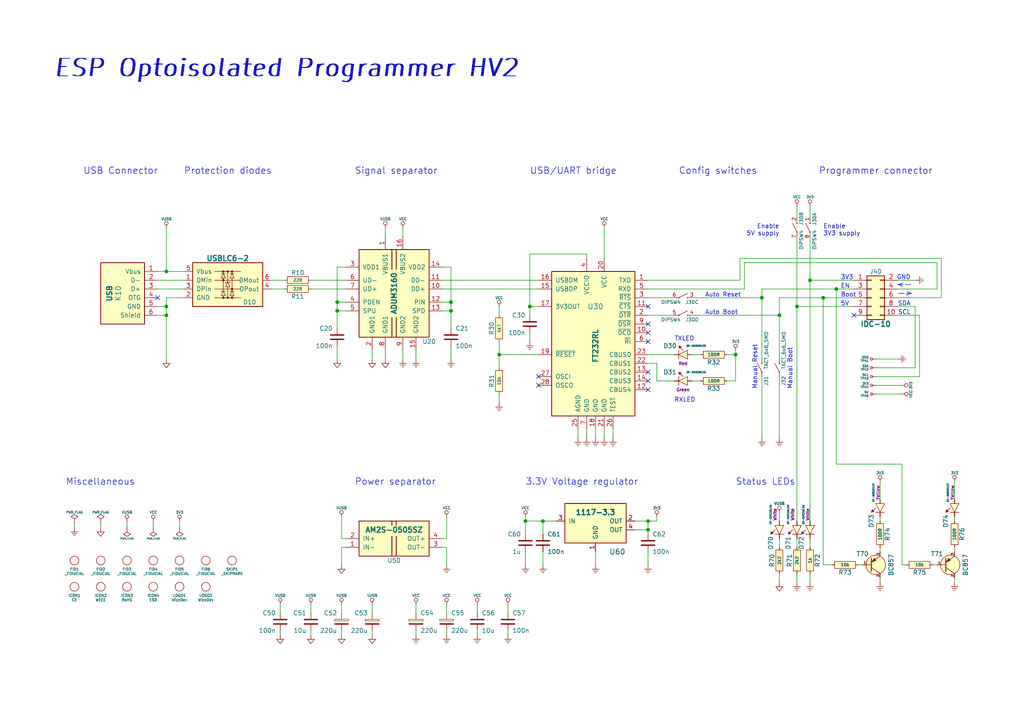
<source format=kicad_sch>
(kicad_sch (version 20211123) (generator eeschema)
  (paper "A4")
  (title_block (title "ESP Optoisolated Programmer") (date "220111") (rev "HV2") (company "WizzDev & EXTRONIC Dominik Bieczyński"))
  (lib_symbols
    (symbol "000_moje:1117-X.X" (pin_names (offset 1.016))
      (property "Reference" "U" (at 4.445 -6.35 0))
      (property "Value" "1117-X.X" (at 0 3.81 0))
      (symbol "1117-X.X_1_1"
        (pin passive line (at 0 -7.62 90) (length 2.54) (name "GND") (number "1"))
        (pin passive line (at 11.43 1.27 180) (length 2.54) (name "OUT") (number "2"))
        (pin passive line (at -11.43 1.27 0) (length 2.54) (name "IN") (number "3"))
        (pin passive line (at 11.43 -1.27 180) (length 2.54) (name "OUT") (number "4"))
      )
    )
    (symbol "000_moje:3V3" (power) (pin_names (offset 0))
      (property "Value" "3V3" (at 0 2.54 0))
      (symbol "3V3_0_0"
        (pin power_in line (at 0 0 90) (length 0) hide (name "3V3") (number "1"))
      )
    )
    (symbol "000_moje:ADUM3160" (pin_names (offset 1.016))
      (property "Reference" "U" (at 7.62 -13.97 0))
      (property "Value" "ADUM3160" (at 0 0 90))
      (symbol "ADUM3160_1_1"
        (pin power_in line (at -2.54 16.51 270) (length 3.81) (name "VBUS1") (number "1"))
        (pin bidirectional line (at 13.97 1.27 180) (length 3.81) (name "DD+") (number "10"))
        (pin bidirectional line (at 13.97 3.81 180) (length 3.81) (name "DD-") (number "11"))
        (pin input line (at 13.97 -2.54 180) (length 3.81) (name "PIN") (number "12"))
        (pin input line (at 13.97 -5.08 180) (length 3.81) (name "SPD") (number "13"))
        (pin passive line (at 13.97 7.62 180) (length 3.81) (name "VDD2") (number "14"))
        (pin power_in line (at 6.35 -16.51 90) (length 3.81) (name "GND2") (number "15"))
        (pin power_in line (at 2.54 16.51 270) (length 3.81) (name "VBUS2") (number "16"))
        (pin power_in line (at -6.35 -16.51 90) (length 3.81) (name "GND1") (number "2"))
        (pin passive line (at -13.97 7.62 0) (length 3.81) (name "VDD1") (number "3"))
        (pin input line (at -13.97 -2.54 0) (length 3.81) (name "PDEN") (number "4"))
        (pin input line (at -13.97 -5.08 0) (length 3.81) (name "SPU") (number "5"))
        (pin bidirectional line (at -13.97 3.81 0) (length 3.81) (name "UD-") (number "6"))
        (pin bidirectional line (at -13.97 1.27 0) (length 3.81) (name "UD+") (number "7"))
        (pin power_in line (at -2.54 -16.51 90) (length 3.81) (name "GND1") (number "8"))
        (pin power_in line (at 2.54 -16.51 90) (length 3.81) (name "GND2") (number "9"))
      )
    )
    (symbol "000_moje:AM2S-0505SZ" (pin_names (offset 1.016))
      (property "Reference" "U" (at 0 -5.08 0))
      (property "Value" "AM2S-0505SZ" (at 0 3.81 0))
      (symbol "AM2S-0505SZ_1_1"
        (pin passive line (at -13.97 -1.27 0) (length 3.81) (name "IN-") (number "1"))
        (pin passive line (at -13.97 1.27 0) (length 3.81) (name "IN+") (number "2"))
        (pin passive line (at 13.97 -1.27 180) (length 3.81) (name "OUT-") (number "3"))
        (pin passive line (at 13.97 1.27 180) (length 3.81) (name "OUT+") (number "4"))
      )
    )
    (symbol "000_moje:BC857" (pin_names (offset 0) hide)
      (property "Reference" "T" (at -2.54 3.175 0))
      (property "Value" "BC857" (at 5.715 0 90))
      (symbol "BC857_1_1"
        (pin passive line (at -2.54 0 0) (length 1.27) (name "~") (number "1"))
        (pin passive line (at 2.54 -3.81 90) (length 1.27) (name "~") (number "2"))
        (pin passive line (at 2.54 3.81 270) (length 1.27) (name "~") (number "3"))
      )
    )
    (symbol "000_moje:C" (pin_numbers hide) (pin_names (offset 0.254))
      (property "Reference" "C" (at 1.27 2.54 0))
      (property "Value" "C" (at 1.27 -2.54 0))
      (symbol "C_1_1"
        (pin passive line (at 0 2.54 270) (length 1.905) (name "~") (number "1"))
        (pin passive line (at 0 -2.54 90) (length 1.905) (name "~") (number "2"))
      )
    )
    (symbol "000_moje:CP" (pin_numbers hide) (pin_names (offset 0.254) hide)
      (property "Reference" "C" (at 1.27 2.54 0))
      (property "Value" "CP" (at 1.27 -2.54 0))
      (symbol "CP_1_1"
        (pin passive line (at 0 2.54 270) (length 1.778) (name "~") (number "1"))
        (pin passive line (at 0 -2.54 90) (length 1.905) (name "~") (number "2"))
      )
    )
    (symbol "000_moje:DIPSW4" (pin_names hide)
      (property "Reference" "J" (at 0.635 -1.27 0))
      (property "Value" "DIPSW4" (at -0.635 -1.27 0))
      (symbol "DIPSW4_1_1"
        (pin passive line (at 2.54 0 180) (length 0) (name "~") (number "1"))
        (pin passive line (at -2.54 0 0) (length 0) (name "~") (number "8"))
      )
      (symbol "DIPSW4_2_1"
        (pin passive line (at 2.54 0 180) (length 0) (name "~") (number "2"))
        (pin passive line (at -2.54 0 0) (length 0) (name "~") (number "7"))
      )
      (symbol "DIPSW4_3_1"
        (pin passive line (at 2.54 0 180) (length 0) (name "~") (number "3"))
        (pin passive line (at -2.54 0 0) (length 0) (name "~") (number "6"))
      )
      (symbol "DIPSW4_4_1"
        (pin passive line (at 2.54 0 180) (length 0) (name "~") (number "4"))
        (pin passive line (at -2.54 0 0) (length 0) (name "~") (number "5"))
      )
    )
    (symbol "000_moje:FT232RL" (pin_names (offset 1.016))
      (property "Reference" "U" (at 0 11.43 0))
      (property "Value" "FT232RL" (at 0 0 90))
      (symbol "FT232RL_1_1"
        (pin output line (at 15.24 19.05 180) (length 3.81) (name "TXD") (number "1"))
        (pin output line (at 15.24 3.81 180) (length 3.81) (name "~{DCD}") (number "10"))
        (pin output line (at 15.24 11.43 180) (length 3.81) (name "~{CTS}") (number "11"))
        (pin output line (at 15.24 -12.7 180) (length 3.81) (name "CBUS4") (number "12"))
        (pin output line (at 15.24 -7.62 180) (length 3.81) (name "CBUS2") (number "13"))
        (pin output line (at 15.24 -10.16 180) (length 3.81) (name "CBUS3") (number "14"))
        (pin input line (at -16.51 16.51 0) (length 3.81) (name "USBDP") (number "15"))
        (pin input line (at -16.51 19.05 0) (length 3.81) (name "USBDM") (number "16"))
        (pin input line (at -16.51 11.43 0) (length 3.81) (name "3V3OUT") (number "17"))
        (pin power_in line (at 0 -24.13 90) (length 3.81) (name "GND") (number "18"))
        (pin input line (at -16.51 -2.54 0) (length 3.81) (name "~{RESET}") (number "19"))
        (pin output line (at 15.24 8.89 180) (length 3.81) (name "~{DTR}") (number "2"))
        (pin power_in line (at 2.54 25.4 270) (length 3.81) (name "VCC") (number "20"))
        (pin power_in line (at 2.54 -24.13 90) (length 3.81) (name "GND") (number "21"))
        (pin output line (at 15.24 -5.08 180) (length 3.81) (name "CBUS1") (number "22"))
        (pin output line (at 15.24 -2.54 180) (length 3.81) (name "CBUS0") (number "23"))
        (pin power_in line (at -5.08 -24.13 90) (length 3.81) (name "AGND") (number "25"))
        (pin power_in line (at 5.08 -24.13 90) (length 3.81) (name "TEST") (number "26"))
        (pin input line (at -16.51 -8.89 0) (length 3.81) (name "OSCI") (number "27"))
        (pin input line (at -16.51 -11.43 0) (length 3.81) (name "OSCO") (number "28"))
        (pin output line (at 15.24 13.97 180) (length 3.81) (name "~{RTS}") (number "3"))
        (pin passive line (at -2.54 25.4 270) (length 3.81) (name "VCCIO") (number "4"))
        (pin output line (at 15.24 16.51 180) (length 3.81) (name "RXD") (number "5"))
        (pin output line (at 15.24 1.27 180) (length 3.81) (name "~{RI}") (number "6"))
        (pin power_in line (at -2.54 -24.13 90) (length 3.81) (name "GND") (number "7"))
        (pin output line (at 15.24 6.35 180) (length 3.81) (name "~{DSR}") (number "9"))
      )
    )
    (symbol "000_moje:GND" (power) (pin_names (offset 0))
      (symbol "GND_1_1"
        (pin power_in line (at 0 1.27 90) (length 0) hide (name "GND") (number "1"))
      )
    )
    (symbol "000_moje:GND2" (power) (pin_names (offset 0))
      (symbol "GND2_1_1"
        (pin power_in line (at 0 1.27 90) (length 0) hide (name "GND2") (number "1"))
      )
    )
    (symbol "000_moje:LED" (pin_numbers hide) (pin_names (offset 0) hide)
      (property "Reference" "D" (at 0 2.54 0))
      (property "Value" "LED" (at -2.032 -2.54 0))
      (symbol "LED_1_1"
        (pin passive line (at 2.54 0 180) (length 1.27) (name "K") (number "1"))
        (pin passive line (at -2.54 0 0) (length 1.27) (name "A") (number "2"))
      )
    )
    (symbol "000_moje:R" (pin_numbers hide) (pin_names (offset 0))
      (property "Reference" "R" (at 2.286 0 90))
      (property "Value" "R" (at 0 0 90))
      (symbol "R_1_1"
        (pin passive line (at 0 3.81 270) (length 0.762) (name "~") (number "1"))
        (pin passive line (at 0 -3.81 90) (length 0.762) (name "~") (number "2"))
      )
    )
    (symbol "000_moje:TP" (pin_numbers hide) (pin_names (offset 0) hide)
      (property "Reference" "TP" (at 2.032 0.508 0))
      (property "Value" "TP" (at 2.032 -0.508 0))
      (symbol "TP_1_1"
        (pin passive line (at 0 0 0) (length 1.27) (name "~") (number "1"))
      )
    )
    (symbol "000_moje:USB" (pin_names (offset 1.016))
      (property "Reference" "K" (at 1.27 0 90))
      (property "Value" "USB" (at -1.27 0 90))
      (symbol "USB_1_1"
        (pin passive line (at 12.7 6.35 180) (length 3.81) (name "Vbus") (number "1"))
        (pin passive line (at 12.7 3.81 180) (length 3.81) (name "D-") (number "2"))
        (pin passive line (at 12.7 1.27 180) (length 3.81) (name "D+") (number "3"))
        (pin passive line (at 12.7 -1.27 180) (length 3.81) (name "OTG") (number "4"))
        (pin passive line (at 12.7 -3.81 180) (length 3.81) (name "GND") (number "5"))
        (pin passive line (at 12.7 -6.35 180) (length 3.81) (name "Shield") (number "6"))
      )
    )
    (symbol "000_moje:USBLC6-2" (pin_names (offset 1.016))
      (property "Reference" "D" (at 6.35 -5.08 0))
      (property "Value" "USBLC6-2" (at 0 7.62 0))
      (symbol "USBLC6-2_1_1"
        (pin passive line (at -12.7 1.27 0) (length 2.54) (name "DMin") (number "1"))
        (pin passive line (at -12.7 -3.81 0) (length 2.54) (name "GND") (number "2"))
        (pin passive line (at -12.7 -1.27 0) (length 2.54) (name "DPin") (number "3"))
        (pin passive line (at 12.7 -1.27 180) (length 2.54) (name "DPout") (number "4"))
        (pin passive line (at -12.7 3.81 0) (length 2.54) (name "Vbus") (number "5"))
        (pin passive line (at 12.7 1.27 180) (length 2.54) (name "DMout") (number "6"))
      )
    )
    (symbol "000_moje:VCC" (power) (pin_names (offset 0))
      (property "Value" "VCC" (at 0 2.54 0))
      (symbol "VCC_0_0"
        (pin power_in line (at 0 0 90) (length 0) hide (name "VCC") (number "1"))
      )
    )
    (symbol "000_moje:VUSB" (power) (pin_names (offset 0))
      (property "Value" "VUSB" (at 0 2.54 0))
      (symbol "VUSB_0_0"
        (pin power_in line (at 0 0 90) (length 0) hide (name "VUSB") (number "1"))
      )
    )
    (symbol "000_moje:Z" (pin_numbers hide) (pin_names (offset 0) hide)
      (property "Reference" "J" (at 0.635 -1.27 0))
      (property "Value" "Z" (at -0.635 -1.27 0))
      (symbol "Z_1_1"
        (pin passive line (at 2.54 0 180) (length 0) (name "~") (number "1"))
        (pin passive line (at -2.54 0 0) (length 0) (name "~") (number "2"))
      )
    )
    (symbol "000_moje:_FIDUCIAL" (pin_names (offset 1.016))
      (property "Reference" "FID" (at 0 -2.54 0))
      (property "Value" "_FIDUCIAL" (at 0 -3.81 0))
    )
    (symbol "Connector_Generic:Conn_02x05_Odd_Even" (pin_names (offset 1.016) hide)
      (property "Reference" "J" (at 1.27 7.62 0))
      (property "Value" "Conn_02x05_Odd_Even" (at 1.27 -7.62 0))
      (symbol "Conn_02x05_Odd_Even_1_1"
        (pin passive line (at -5.08 5.08 0) (length 3.81) (name "Pin_1") (number "1"))
        (pin passive line (at 7.62 -5.08 180) (length 3.81) (name "Pin_10") (number "10"))
        (pin passive line (at 7.62 5.08 180) (length 3.81) (name "Pin_2") (number "2"))
        (pin passive line (at -5.08 2.54 0) (length 3.81) (name "Pin_3") (number "3"))
        (pin passive line (at 7.62 2.54 180) (length 3.81) (name "Pin_4") (number "4"))
        (pin passive line (at -5.08 0 0) (length 3.81) (name "Pin_5") (number "5"))
        (pin passive line (at 7.62 0 180) (length 3.81) (name "Pin_6") (number "6"))
        (pin passive line (at -5.08 -2.54 0) (length 3.81) (name "Pin_7") (number "7"))
        (pin passive line (at 7.62 -2.54 180) (length 3.81) (name "Pin_8") (number "8"))
        (pin passive line (at -5.08 -5.08 0) (length 3.81) (name "Pin_9") (number "9"))
      )
    )
    (symbol "power:PWR_FLAG" (power) (pin_numbers hide) (pin_names (offset 0) hide)
      (property "Value" "PWR_FLAG" (at 0 3.81 0))
      (symbol "PWR_FLAG_0_0"
        (pin power_out line (at 0 0 90) (length 0) (name "pwr") (number "1"))
      )
    )
  )
  (junction (at 153.67 88.9))
  (junction (at 97.79 90.17))
  (junction (at 187.96 151.13))
  (junction (at 226.06 91.44))
  (junction (at 48.26 78.74))
  (junction (at 152.4 151.13))
  (junction (at 157.48 151.13))
  (junction (at 144.78 102.87))
  (junction (at 187.96 153.67))
  (junction (at 48.26 91.44))
  (junction (at 48.26 88.9))
  (junction (at 130.81 87.63))
  (junction (at 242.57 83.82))
  (junction (at 234.95 81.28))
  (junction (at 238.76 86.36))
  (junction (at 231.14 88.9))
  (junction (at 97.79 87.63))
  (junction (at 220.98 86.36))
  (junction (at 213.36 102.87))
  (junction (at 130.81 90.17))
  (no_connect (at 187.96 88.9))
  (no_connect (at 187.96 110.49))
  (no_connect (at 45.72 86.36))
  (no_connect (at 187.96 96.52))
  (no_connect (at 156.21 109.22))
  (no_connect (at 187.96 107.95))
  (no_connect (at 187.96 99.06))
  (no_connect (at 187.96 113.03))
  (no_connect (at 187.96 93.98))
  (no_connect (at 247.65 91.44))
  (no_connect (at 156.21 111.76))
  (wire (pts (xy 260.35 86.36) (xy 273.05 86.36)))
  (wire (pts (xy 130.81 77.47) (xy 130.81 87.63)))
  (wire (pts (xy 78.74 83.82) (xy 82.55 83.82)))
  (wire (pts (xy 226.06 86.36) (xy 238.76 86.36)))
  (polyline (pts (xy 264.16 82.55) (xy 260.35 82.55)))
  (wire (pts (xy 213.36 101.6) (xy 213.36 102.87)))
  (wire (pts (xy 187.96 102.87) (xy 195.58 102.87)))
  (wire (pts (xy 90.17 81.28) (xy 100.33 81.28)))
  (wire (pts (xy 129.54 149.86) (xy 129.54 156.21)))
  (wire (pts (xy 255.27 158.75) (xy 255.27 160.02)))
  (wire (pts (xy 234.95 59.69) (xy 234.95 63.5)))
  (wire (pts (xy 260.35 81.28) (xy 265.43 81.28)))
  (wire (pts (xy 200.66 102.87) (xy 203.2 102.87)))
  (wire (pts (xy 97.79 87.63) (xy 97.79 77.47)))
  (polyline (pts (xy 260.604 82.55) (xy 261.62 83.058)))
  (wire (pts (xy 200.66 110.49) (xy 203.2 110.49)))
  (wire (pts (xy 170.18 73.66) (xy 170.18 74.93)))
  (wire (pts (xy 97.79 100.33) (xy 97.79 104.14)))
  (wire (pts (xy 254 104.14) (xy 260.35 104.14)))
  (wire (pts (xy 153.67 99.06) (xy 153.67 96.52)))
  (wire (pts (xy 231.14 158.75) (xy 231.14 156.21)))
  (wire (pts (xy 129.54 156.21) (xy 128.27 156.21)))
  (wire (pts (xy 52.07 151.13) (xy 52.07 153.035)))
  (wire (pts (xy 48.26 91.44) (xy 45.72 91.44)))
  (wire (pts (xy 260.35 88.9) (xy 265.43 88.9)))
  (wire (pts (xy 255.27 167.64) (xy 255.27 168.91)))
  (wire (pts (xy 152.4 151.13) (xy 157.48 151.13)))
  (wire (pts (xy 255.27 149.86) (xy 255.27 151.13)))
  (polyline (pts (xy 264.16 85.09) (xy 262.89 85.598)))
  (wire (pts (xy 48.26 86.36) (xy 53.34 86.36)))
  (wire (pts (xy 276.86 139.7) (xy 276.86 144.78)))
  (wire (pts (xy 130.81 90.17) (xy 130.81 95.25)))
  (wire (pts (xy 100.33 87.63) (xy 97.79 87.63)))
  (wire (pts (xy 97.79 95.25) (xy 97.79 90.17)))
  (wire (pts (xy 265.43 88.9) (xy 265.43 106.68)))
  (wire (pts (xy 29.21 151.765) (xy 29.21 153.035)))
  (wire (pts (xy 152.4 154.94) (xy 152.4 151.13)))
  (wire (pts (xy 107.95 182.88) (xy 107.95 184.15)))
  (wire (pts (xy 99.06 156.21) (xy 100.33 156.21)))
  (wire (pts (xy 144.78 88.9) (xy 144.78 91.44)))
  (wire (pts (xy 190.5 110.49) (xy 195.58 110.49)))
  (wire (pts (xy 234.95 81.28) (xy 234.95 151.13)))
  (wire (pts (xy 213.36 102.87) (xy 210.82 102.87)))
  (wire (pts (xy 99.06 149.86) (xy 99.06 156.21)))
  (wire (pts (xy 100.33 83.82) (xy 90.17 83.82)))
  (wire (pts (xy 175.26 124.46) (xy 175.26 127)))
  (wire (pts (xy 45.72 88.9) (xy 48.26 88.9)))
  (wire (pts (xy 276.86 167.64) (xy 276.86 168.91)))
  (wire (pts (xy 157.48 154.94) (xy 157.48 151.13)))
  (wire (pts (xy 99.06 182.88) (xy 99.06 184.15)))
  (wire (pts (xy 81.28 175.26) (xy 81.28 177.8)))
  (wire (pts (xy 254 114.3) (xy 261.62 114.3)))
  (wire (pts (xy 111.76 101.6) (xy 111.76 104.14)))
  (wire (pts (xy 271.78 163.83) (xy 270.51 163.83)))
  (wire (pts (xy 220.98 83.82) (xy 242.57 83.82)))
  (wire (pts (xy 153.67 88.9) (xy 153.67 73.66)))
  (wire (pts (xy 147.32 182.88) (xy 147.32 184.15)))
  (wire (pts (xy 144.78 114.3) (xy 144.78 116.84)))
  (wire (pts (xy 261.62 134.62) (xy 261.62 163.83)))
  (polyline (pts (xy 260.604 85.09) (xy 264.414 85.09)))
  (wire (pts (xy 48.26 66.04) (xy 48.26 78.74)))
  (wire (pts (xy 231.14 68.58) (xy 231.14 88.9)))
  (wire (pts (xy 234.95 68.58) (xy 234.95 81.28)))
  (wire (pts (xy 48.26 78.74) (xy 53.34 78.74)))
  (wire (pts (xy 128.27 83.82) (xy 156.21 83.82)))
  (wire (pts (xy 97.79 90.17) (xy 97.79 87.63)))
  (wire (pts (xy 200.66 91.44) (xy 226.06 91.44)))
  (wire (pts (xy 241.3 163.83) (xy 238.76 163.83)))
  (wire (pts (xy 215.9 76.2) (xy 215.9 83.82)))
  (wire (pts (xy 220.98 86.36) (xy 220.98 83.82)))
  (wire (pts (xy 99.06 158.75) (xy 99.06 163.83)))
  (wire (pts (xy 128.27 90.17) (xy 130.81 90.17)))
  (wire (pts (xy 138.43 175.26) (xy 138.43 177.8)))
  (wire (pts (xy 157.48 163.83) (xy 157.48 160.02)))
  (wire (pts (xy 250.19 163.83) (xy 248.92 163.83)))
  (wire (pts (xy 116.84 101.6) (xy 116.84 104.14)))
  (wire (pts (xy 120.65 175.26) (xy 120.65 177.8)))
  (wire (pts (xy 190.5 151.13) (xy 187.96 151.13)))
  (wire (pts (xy 82.55 81.28) (xy 78.74 81.28)))
  (wire (pts (xy 107.95 101.6) (xy 107.95 104.14)))
  (wire (pts (xy 242.57 134.62) (xy 261.62 134.62)))
  (wire (pts (xy 187.96 105.41) (xy 190.5 105.41)))
  (wire (pts (xy 234.95 81.28) (xy 247.65 81.28)))
  (wire (pts (xy 226.06 91.44) (xy 226.06 104.14)))
  (wire (pts (xy 271.78 83.82) (xy 271.78 76.2)))
  (wire (pts (xy 128.27 158.75) (xy 129.54 158.75)))
  (wire (pts (xy 129.54 182.88) (xy 129.54 184.15)))
  (wire (pts (xy 129.54 175.26) (xy 129.54 177.8)))
  (wire (pts (xy 157.48 151.13) (xy 161.29 151.13)))
  (wire (pts (xy 107.95 175.26) (xy 107.95 177.8)))
  (wire (pts (xy 214.63 81.28) (xy 214.63 74.93)))
  (wire (pts (xy 220.98 86.36) (xy 220.98 104.14)))
  (wire (pts (xy 90.17 175.26) (xy 90.17 177.8)))
  (wire (pts (xy 128.27 81.28) (xy 156.21 81.28)))
  (polyline (pts (xy 260.604 82.55) (xy 261.874 82.042)))
  (wire (pts (xy 242.57 83.82) (xy 242.57 134.62)))
  (wire (pts (xy 220.98 127) (xy 220.98 109.22)))
  (wire (pts (xy 226.06 127) (xy 226.06 109.22)))
  (wire (pts (xy 172.72 127) (xy 172.72 124.46)))
  (wire (pts (xy 231.14 88.9) (xy 247.65 88.9)))
  (wire (pts (xy 254 109.22) (xy 266.7 109.22)))
  (wire (pts (xy 100.33 158.75) (xy 99.06 158.75)))
  (wire (pts (xy 238.76 163.83) (xy 238.76 86.36)))
  (wire (pts (xy 48.26 88.9) (xy 48.26 86.36)))
  (wire (pts (xy 260.35 91.44) (xy 266.7 91.44)))
  (wire (pts (xy 255.27 139.7) (xy 255.27 144.78)))
  (wire (pts (xy 156.21 88.9) (xy 153.67 88.9)))
  (wire (pts (xy 120.65 182.88) (xy 120.65 184.15)))
  (wire (pts (xy 226.06 158.75) (xy 226.06 156.21)))
  (wire (pts (xy 144.78 102.87) (xy 144.78 106.68)))
  (wire (pts (xy 128.27 87.63) (xy 130.81 87.63)))
  (wire (pts (xy 128.27 77.47) (xy 130.81 77.47)))
  (wire (pts (xy 97.79 77.47) (xy 100.33 77.47)))
  (wire (pts (xy 177.8 127) (xy 177.8 124.46)))
  (wire (pts (xy 273.05 74.93) (xy 273.05 86.36)))
  (polyline (pts (xy 264.16 85.09) (xy 263.144 84.582)))
  (wire (pts (xy 231.14 166.37) (xy 231.14 168.91)))
  (wire (pts (xy 238.76 86.36) (xy 247.65 86.36)))
  (wire (pts (xy 234.95 156.21) (xy 234.95 158.75)))
  (wire (pts (xy 184.15 153.67) (xy 187.96 153.67)))
  (wire (pts (xy 153.67 91.44) (xy 153.67 88.9)))
  (wire (pts (xy 214.63 74.93) (xy 273.05 74.93)))
  (wire (pts (xy 147.32 175.26) (xy 147.32 177.8)))
  (wire (pts (xy 99.06 175.26) (xy 99.06 177.8)))
  (wire (pts (xy 130.81 87.63) (xy 130.81 90.17)))
  (wire (pts (xy 213.36 102.87) (xy 213.36 110.49)))
  (wire (pts (xy 116.84 66.04) (xy 116.84 68.58)))
  (wire (pts (xy 266.7 91.44) (xy 266.7 109.22)))
  (wire (pts (xy 152.4 149.86) (xy 152.4 151.13)))
  (wire (pts (xy 231.14 88.9) (xy 231.14 151.13)))
  (wire (pts (xy 36.83 153.035) (xy 36.83 151.13)))
  (wire (pts (xy 45.72 81.28) (xy 53.34 81.28)))
  (wire (pts (xy 138.43 182.88) (xy 138.43 184.15)))
  (wire (pts (xy 120.65 104.14) (xy 120.65 101.6)))
  (wire (pts (xy 184.15 151.13) (xy 187.96 151.13)))
  (wire (pts (xy 144.78 102.87) (xy 156.21 102.87)))
  (wire (pts (xy 111.76 66.04) (xy 111.76 68.58)))
  (wire (pts (xy 100.33 90.17) (xy 97.79 90.17)))
  (wire (pts (xy 231.14 59.69) (xy 231.14 63.5)))
  (wire (pts (xy 187.96 81.28) (xy 214.63 81.28)))
  (wire (pts (xy 175.26 66.04) (xy 175.26 74.93)))
  (wire (pts (xy 260.35 83.82) (xy 271.78 83.82)))
  (wire (pts (xy 187.96 91.44) (xy 195.58 91.44)))
  (wire (pts (xy 130.81 100.33) (xy 130.81 104.14)))
  (wire (pts (xy 81.28 182.88) (xy 81.28 184.15)))
  (wire (pts (xy 152.4 163.83) (xy 152.4 160.02)))
  (wire (pts (xy 172.72 160.02) (xy 172.72 163.83)))
  (wire (pts (xy 276.86 158.75) (xy 276.86 160.02)))
  (wire (pts (xy 144.78 99.06) (xy 144.78 102.87)))
  (wire (pts (xy 254 106.68) (xy 265.43 106.68)))
  (wire (pts (xy 215.9 83.82) (xy 187.96 83.82)))
  (wire (pts (xy 226.06 166.37) (xy 226.06 168.91)))
  (wire (pts (xy 242.57 83.82) (xy 247.65 83.82)))
  (wire (pts (xy 90.17 182.88) (xy 90.17 184.15)))
  (wire (pts (xy 276.86 149.86) (xy 276.86 151.13)))
  (wire (pts (xy 195.58 86.36) (xy 187.96 86.36)))
  (wire (pts (xy 48.26 78.74) (xy 45.72 78.74)))
  (wire (pts (xy 44.45 151.13) (xy 44.45 153.035)))
  (wire (pts (xy 187.96 163.83) (xy 187.96 160.02)))
  (wire (pts (xy 190.5 105.41) (xy 190.5 110.49)))
  (wire (pts (xy 234.95 166.37) (xy 234.95 168.91)))
  (wire (pts (xy 226.06 148.59) (xy 226.06 151.13)))
  (wire (pts (xy 153.67 73.66) (xy 170.18 73.66)))
  (wire (pts (xy 21.59 151.765) (xy 21.59 153.035)))
  (wire (pts (xy 48.26 91.44) (xy 48.26 104.14)))
  (wire (pts (xy 170.18 124.46) (xy 170.18 127)))
  (wire (pts (xy 254 111.76) (xy 261.62 111.76)))
  (wire (pts (xy 129.54 158.75) (xy 129.54 163.83)))
  (wire (pts (xy 53.34 83.82) (xy 45.72 83.82)))
  (wire (pts (xy 187.96 153.67) (xy 187.96 151.13)))
  (wire (pts (xy 213.36 110.49) (xy 210.82 110.49)))
  (wire (pts (xy 200.66 86.36) (xy 220.98 86.36)))
  (wire (pts (xy 187.96 154.94) (xy 187.96 153.67)))
  (wire (pts (xy 48.26 88.9) (xy 48.26 91.44)))
  (wire (pts (xy 226.06 91.44) (xy 226.06 86.36)))
  (wire (pts (xy 215.9 76.2) (xy 271.78 76.2)))
  (wire (pts (xy 190.5 149.86) (xy 190.5 151.13)))
  (wire (pts (xy 261.62 163.83) (xy 262.89 163.83)))
  (wire (pts (xy 167.64 127) (xy 167.64 124.46)))
  (text "SCL" (at 264.16 91.44 180) (effects (font (size 1.27 1.27)) (justify right bottom)))
  (text "ESP Optoisolated Programmer HV2" (at 16.002 22.86 0) (effects (font (size 5.08 5.08) italic) (justify left bottom)))
  (text "Signal separator" (at 102.87 50.8 0) (effects (font (size 1.905 1.905)) (justify left bottom)))
  (text "3.3V Voltage regulator" (at 152.4 140.97 0) (effects (font (size 1.905 1.905)) (justify left bottom)))
  (text "Auto Reset" (at 204.47 86.36 0) (effects (font (size 1.27 1.27)) (justify left bottom)))
  (text "ESP Optoisolated Programmer HV2" (at 15.494 22.86 0) (effects (font (size 5.08 5.08) italic) (justify left bottom)))
  (text "USB/UART bridge" (at 153.67 50.8 0) (effects (font (size 1.905 1.905)) (justify left bottom)))
  (text "ESP Optoisolated Programmer HV2" (at 15.367 22.86 0) (effects (font (size 5.08 5.08) italic) (justify left bottom)))
  (text "Enable\n3V3 supply" (at 238.76 68.58 0) (effects (font (size 1.27 1.27)) (justify left bottom)))
  (text "Manual Boot" (at 229.87 113.03 90) (effects (font (size 1.27 1.27)) (justify left bottom)))
  (text "5V" (at 243.84 88.9 0) (effects (font (size 1.27 1.27)) (justify left bottom)))
  (text "Enable\n5V supply" (at 226.06 68.58 180) (effects (font (size 1.27 1.27)) (justify right bottom)))
  (text "Status LEDs" (at 213.36 140.97 0) (effects (font (size 1.905 1.905)) (justify left bottom)))
  (text "3V3" (at 243.84 81.28 0) (effects (font (size 1.27 1.27)) (justify left bottom)))
  (text "Boot" (at 243.84 86.36 0) (effects (font (size 1.27 1.27)) (justify left bottom)))
  (text "Manual Reset" (at 219.71 113.03 90) (effects (font (size 1.27 1.27)) (justify left bottom)))
  (text "Miscellaneous" (at 19.05 140.97 0) (effects (font (size 1.905 1.905)) (justify left bottom)))
  (text "Power separator" (at 102.87 140.97 0) (effects (font (size 1.905 1.905)) (justify left bottom)))
  (text "RXLED" (at 195.58 116.84 0) (effects (font (size 1.27 1.27)) (justify left bottom)))
  (text "ESP Optoisolated Programmer HV2" (at 15.748 22.86 0) (effects (font (size 5.08 5.08) italic) (justify left bottom)))
  (text "GND" (at 264.16 81.28 180) (effects (font (size 1.27 1.27)) (justify right bottom)))
  (text "Auto Boot" (at 204.47 91.44 0) (effects (font (size 1.27 1.27)) (justify left bottom)))
  (text "Protection diodes" (at 53.34 50.8 0) (effects (font (size 1.905 1.905)) (justify left bottom)))
  (text "ESP Optoisolated Programmer HV2" (at 15.621 22.86 0) (effects (font (size 5.08 5.08) italic) (justify left bottom)))
  (text "Programmer connector" (at 237.49 50.8 0) (effects (font (size 1.905 1.905)) (justify left bottom)))
  (text "Config switches" (at 196.85 50.8 0) (effects (font (size 1.905 1.905)) (justify left bottom)))
  (text "USB Connector" (at 24.13 50.8 0) (effects (font (size 1.905 1.905)) (justify left bottom)))
  (text "ESP Optoisolated Programmer HV2" (at 15.875 22.86 0) (effects (font (size 5.08 5.08) italic) (justify left bottom)))
  (text "TXLED" (at 195.58 99.06 0) (effects (font (size 1.27 1.27)) (justify left bottom)))
  (text "SDA" (at 264.16 88.9 180) (effects (font (size 1.27 1.27)) (justify right bottom)))
  (text "EN" (at 243.84 83.82 0) (effects (font (size 1.27 1.27)) (justify left bottom)))
  (symbol (lib_id "000_moje:_FIDUCIAL") (at 21.59 162.56 0) (unit 1)
    (property "Reference" "FID1" (at 21.59 165.1 0) (effects (font (size 0.762 0.762))))
    (property "Value" "_FIDUCIAL" (at 21.59 166.37 0) (effects (font (size 0.762 0.762))))
    (property "Footprint" "_obudowy:Fiducial_1.00mm_ring0.5mm" (effects hide))
  )
  (symbol (lib_id "power:PWR_FLAG") (at 21.59 151.765 0) (unit 1)
    (property "Reference" "#FLG0101" (effects hide))
    (property "Value" "PWR_FLAG" (at 21.59 148.59 0) (effects (font (size 0.635 0.635))))
  )
  (symbol (lib_id "000_moje:_FIDUCIAL") (at 29.21 162.56 0) (unit 1)
    (property "Reference" "FID2" (at 29.21 165.1 0) (effects (font (size 0.762 0.762))))
    (property "Value" "_FIDUCIAL" (at 29.21 166.37 0) (effects (font (size 0.762 0.762))))
    (property "Footprint" "_obudowy:Fiducial_1.00mm_ring0.5mm" (effects hide))
  )
  (symbol (lib_id "000_moje:_FIDUCIAL") (at 36.83 162.56 0) (unit 1)
    (property "Reference" "FID3" (at 36.83 165.1 0) (effects (font (size 0.762 0.762))))
    (property "Value" "_FIDUCIAL" (at 36.83 166.37 0) (effects (font (size 0.762 0.762))))
    (property "Footprint" "_obudowy:Fiducial_1.00mm_ring0.5mm" (effects hide))
  )
  (symbol (lib_id "000_moje:_FIDUCIAL") (at 44.45 162.56 0) (unit 1)
    (property "Reference" "FID4" (at 44.45 165.1 0) (effects (font (size 0.762 0.762))))
    (property "Value" "_FIDUCIAL" (at 44.45 166.37 0) (effects (font (size 0.762 0.762))))
    (property "Footprint" "_obudowy:Fiducial_1.00mm_ring0.5mm" (effects hide))
  )
  (symbol (lib_id "000_moje:_FIDUCIAL") (at 52.07 162.56 0) (unit 1)
    (property "Reference" "FID5" (at 52.07 165.1 0) (effects (font (size 0.762 0.762))))
    (property "Value" "_FIDUCIAL" (at 52.07 166.37 0) (effects (font (size 0.762 0.762))))
    (property "Footprint" "_obudowy:Fiducial_1.00mm_ring0.5mm" (effects hide))
  )
  (symbol (lib_id "000_moje:_FIDUCIAL") (at 59.69 162.56 0) (unit 1)
    (property "Reference" "FID6" (at 59.69 165.1 0) (effects (font (size 0.762 0.762))))
    (property "Value" "_FIDUCIAL" (at 59.69 166.37 0) (effects (font (size 0.762 0.762))))
    (property "Footprint" "_obudowy:Fiducial_1.00mm_ring0.5mm" (effects hide))
  )
  (symbol (lib_id "000_moje:GND") (at 21.59 154.305 0) (unit 1)
    (property "Reference" "#PWR0101" (effects hide))
    (property "Value" "GND" (effects hide))
  )
  (symbol (lib_id "power:PWR_FLAG") (at 44.45 153.035 180) (unit 1)
    (property "Reference" "#FLG0102" (effects hide))
    (property "Value" "PWR_FLAG" (at 44.45 156.21 0) (effects (font (size 0.508 0.508))))
  )
  (symbol (lib_id "000_moje:_FIDUCIAL") (at 21.59 170.18 0) (unit 1)
    (property "Reference" "ICON1" (at 21.59 172.72 0) (effects (font (size 0.762 0.762))))
    (property "Value" "CE" (at 21.59 173.99 0) (effects (font (size 0.762 0.762))))
    (property "Footprint" "w_logo:Logo_silk_CE_5x3.6mm" (effects hide))
  )
  (symbol (lib_id "000_moje:_FIDUCIAL") (at 29.21 170.18 0) (unit 1)
    (property "Reference" "ICON2" (at 29.21 172.72 0) (effects (font (size 0.762 0.762))))
    (property "Value" "WEEE" (at 29.21 173.99 0) (effects (font (size 0.762 0.762))))
    (property "Footprint" "w_logo:Logo_silk_WEEE_3.4x5mm" (effects hide))
  )
  (symbol (lib_id "000_moje:_FIDUCIAL") (at 36.83 170.18 0) (unit 1)
    (property "Reference" "ICON3" (at 36.83 172.72 0) (effects (font (size 0.762 0.762))))
    (property "Value" "RoHS" (at 36.83 173.99 0) (effects (font (size 0.762 0.762))))
    (property "Footprint" "w_logo:Logo_silk_ROHS_5x2.8mm" (effects hide))
  )
  (symbol (lib_id "000_moje:_FIDUCIAL") (at 44.45 170.18 0) (unit 1)
    (property "Reference" "ICON4" (at 44.45 172.72 0) (effects (font (size 0.762 0.762))))
    (property "Value" "ESD" (at 44.45 173.99 0) (effects (font (size 0.762 0.762))))
    (property "Footprint" "Symbol:ESD-Logo_6.6x6mm_SilkScreen" (effects hide))
  )
  (symbol (lib_id "000_moje:_FIDUCIAL") (at 52.07 170.18 0) (unit 1)
    (property "Reference" "LOGO1" (at 52.07 172.72 0) (effects (font (size 0.762 0.762))))
    (property "Value" "WizzDev" (at 52.07 173.99 0) (effects (font (size 0.762 0.762))))
    (property "Footprint" "_obudowy:wizzdev-logo-part1" (effects hide))
  )
  (symbol (lib_id "Connector_Generic:Conn_02x05_Odd_Even") (at 252.73 86.36 0) (unit 1)
    (property "Reference" "J40" (at 254 78.74 0))
    (property "Value" "IDC-10" (at 254 93.98 0) (effects (font (size 1.524 1.524) bold)))
    (property "Footprint" "_obudowy:IDC-Header_2x05_P2.54mm_Vertical" (effects hide))
    (property "Description" "Pin header; pin strips; male; PIN: 10; straight; 2.54mm; THT; 2x5" (effects hide))
  )
  (symbol (lib_id "000_moje:VUSB") (at 36.83 151.13 0) (unit 1)
    (property "Reference" "#PWR0122" (effects hide))
    (property "Value" "VUSB" (at 36.83 148.59 0) (effects (font (size 0.762 0.762))))
  )
  (symbol (lib_id "power:PWR_FLAG") (at 36.83 153.035 180) (unit 1)
    (property "Reference" "#FLG0106" (effects hide))
    (property "Value" "PWR_FLAG" (at 36.83 156.21 0) (effects (font (size 0.508 0.508))))
  )
  (symbol (lib_id "000_moje:FT232RL") (at 172.72 100.33 0) (unit 1)
    (property "Reference" "U30" (at 172.72 88.9 0) (effects (font (size 1.524 1.524))))
    (property "Value" "FT232RL" (at 172.72 100.33 90) (effects (font (size 1.524 1.524) bold)))
    (property "Footprint" "w_smd_dil:ssop-28" (effects hide))
    (property "Description" "IC: interface; USB-UART; Full Speed; 3.3÷5VDC; reel; SSOP28" (effects hide))
  )
  (symbol (lib_id "000_moje:USB") (at 33.02 85.09 0) (unit 1)
    (property "Reference" "K10" (at 34.29 85.09 90) (effects (font (size 1.524 1.524))))
    (property "Value" "USB" (at 31.75 85.09 90) (effects (font (size 1.524 1.524) bold)))
    (property "Footprint" "_obudowy:USB_Micro_B_Amphenol_10118194-0001LF_PIP" (effects hide))
    (property "Description" "Socket; USB B micro; on PCBs; SMT,THT; PIN: 5; horizontal; USB 2.0" (effects hide))
    (property "Part" "10118194-0001LF" (effects hide))
    (property "Link" "https://www.tme.eu/pl/en/details/10118194-0001lf_c/usb-ieee1394-connectors/amphenol-icc/10118194-0001lf/" (effects hide))
  )
  (symbol (lib_id "000_moje:USBLC6-2") (at 66.04 82.55 0) (unit 1)
    (property "Reference" "D10" (at 72.39 87.63 0))
    (property "Value" "USBLC6-2" (at 66.04 74.93 0) (effects (font (size 1.524 1.524) bold)))
    (property "Footprint" "_obudowy:SOT23-6" (effects hide))
    (property "Description" "Diode: TVS array; 6V; bidirectional; SOT23-6; Package: reel,tape" (effects hide))
  )
  (symbol (lib_id "000_moje:ADUM3160") (at 114.3 85.09 0) (unit 1)
    (property "Reference" "U20" (at 124.46 99.06 0))
    (property "Value" "ADUM3160" (at 114.3 85.09 90) (effects (font (size 1.524 1.524) bold)))
    (property "Footprint" "Package_SO:SOIC-16W_7.5x10.3mm_P1.27mm" (effects hide))
    (property "Description" "IC: interface; digital isolator; 12Mbps; iCoupler®; 3÷5.5VDC; USB" (effects hide))
  )
  (symbol (lib_id "000_moje:AM2S-0505SZ") (at 114.3 157.48 0) (unit 1)
    (property "Reference" "U50" (at 114.3 162.56 0))
    (property "Value" "AM2S-0505SZ" (at 114.3 153.67 0) (effects (font (size 1.524 1.524) bold)))
    (property "Footprint" "_obudowy:AMxS-xxxxSZ" (effects hide))
    (property "Description" "Converter: DC/DC; 2W; Uin: 4.5÷5.5V; Uout: 5VDC; Iout: 400mA; SIP4" (effects hide))
  )
  (symbol (lib_id "000_moje:GND") (at 129.54 165.1 0) (unit 1)
    (property "Reference" "#PWR0102" (effects hide))
    (property "Value" "GND" (effects hide))
  )
  (symbol (lib_id "000_moje:GND2") (at 107.95 105.41 0) (unit 1)
    (property "Reference" "#PWR0103" (effects hide))
    (property "Value" "GND2" (effects hide))
  )
  (symbol (lib_id "000_moje:VUSB") (at 111.76 66.04 0) (unit 1)
    (property "Reference" "#PWR0104" (effects hide))
    (property "Value" "VUSB" (at 111.76 63.5 0) (effects (font (size 0.762 0.762))))
  )
  (symbol (lib_id "000_moje:VCC") (at 116.84 66.04 0) (unit 1)
    (property "Reference" "#PWR0105" (effects hide))
    (property "Value" "VCC" (at 116.84 63.5 0) (effects (font (size 0.762 0.762))))
  )
  (symbol (lib_id "000_moje:VCC") (at 44.45 151.13 0) (unit 1)
    (property "Reference" "#PWR0106" (effects hide))
    (property "Value" "VCC" (at 44.45 148.59 0) (effects (font (size 0.762 0.762))))
  )
  (symbol (lib_id "000_moje:3V3") (at 52.07 151.13 0) (unit 1)
    (property "Reference" "#PWR0107" (effects hide))
    (property "Value" "3V3" (at 52.07 148.59 0) (effects (font (size 0.762 0.762))))
  )
  (symbol (lib_id "power:PWR_FLAG") (at 52.07 153.035 180) (unit 1)
    (property "Reference" "#FLG0103" (effects hide))
    (property "Value" "PWR_FLAG" (at 52.07 156.21 0) (effects (font (size 0.508 0.508))))
  )
  (symbol (lib_id "000_moje:1117-X.X") (at 172.72 152.4 0) (unit 1)
    (property "Reference" "U60" (at 179.07 160.02 0) (effects (font (size 1.524 1.524))))
    (property "Value" "1117-3.3" (at 172.72 148.59 0) (effects (font (size 1.524 1.524) bold)))
    (property "Footprint" "_obudowy:SOT223" (effects hide))
    (property "Description" "Linear regulator, Output 3.3V, Current 1A" (effects hide))
    (property "Part" "1117-3.3" (effects hide))
  )
  (symbol (lib_id "000_moje:C") (at 187.96 157.48 0) (unit 1)
    (property "Reference" "C62" (at 189.23 154.94 0) (effects (justify left)))
    (property "Value" "100n" (at 189.23 160.02 0) (effects (justify left)))
    (property "Footprint" "_obudowy:C_0603" (effects hide))
    (property "Description" "Voltage min 25V, Tolerance 25%, X7R" (effects hide))
  )
  (symbol (lib_id "000_moje:C") (at 157.48 157.48 0) (unit 1)
    (property "Reference" "C61" (at 158.75 154.94 0) (effects (justify left)))
    (property "Value" "100n" (at 158.75 160.02 0) (effects (justify left)))
    (property "Footprint" "_obudowy:C_0603" (effects hide))
    (property "Description" "Voltage min 25V, Tolerance 25%, X7R" (effects hide))
  )
  (symbol (lib_id "000_moje:C") (at 152.4 157.48 0) (mirror y) (unit 1)
    (property "Reference" "C60" (at 151.13 154.94 0) (effects (justify left)))
    (property "Value" "1u" (at 151.13 160.02 0) (effects (justify left)))
    (property "Footprint" "_obudowy:C_0603" (effects hide))
    (property "Description" "Voltage min 25V, Tolerance 25%, X7R" (effects hide))
  )
  (symbol (lib_id "000_moje:GND") (at 157.48 165.1 0) (unit 1)
    (property "Reference" "#PWR0108" (effects hide))
    (property "Value" "GND" (effects hide))
  )
  (symbol (lib_id "000_moje:GND") (at 152.4 165.1 0) (unit 1)
    (property "Reference" "#PWR0109" (effects hide))
    (property "Value" "GND" (effects hide))
  )
  (symbol (lib_id "000_moje:GND") (at 172.72 165.1 0) (unit 1)
    (property "Reference" "#PWR0110" (effects hide))
    (property "Value" "GND" (effects hide))
  )
  (symbol (lib_id "000_moje:GND") (at 187.96 165.1 0) (unit 1)
    (property "Reference" "#PWR0111" (effects hide))
    (property "Value" "GND" (effects hide))
  )
  (symbol (lib_id "000_moje:3V3") (at 190.5 149.86 0) (unit 1)
    (property "Reference" "#PWR0112" (effects hide))
    (property "Value" "3V3" (at 190.5 147.32 0) (effects (font (size 0.762 0.762))))
  )
  (symbol (lib_id "000_moje:GND") (at 167.64 128.27 0) (unit 1)
    (property "Reference" "#PWR0113" (effects hide))
    (property "Value" "GND" (effects hide))
  )
  (symbol (lib_id "000_moje:GND") (at 170.18 128.27 0) (unit 1)
    (property "Reference" "#PWR0114" (effects hide))
    (property "Value" "GND" (effects hide))
  )
  (symbol (lib_id "000_moje:GND") (at 172.72 128.27 0) (unit 1)
    (property "Reference" "#PWR0115" (effects hide))
    (property "Value" "GND" (effects hide))
  )
  (symbol (lib_id "000_moje:GND") (at 175.26 128.27 0) (unit 1)
    (property "Reference" "#PWR0116" (effects hide))
    (property "Value" "GND" (effects hide))
  )
  (symbol (lib_id "000_moje:GND") (at 177.8 128.27 0) (unit 1)
    (property "Reference" "#PWR0117" (effects hide))
    (property "Value" "GND" (effects hide))
  )
  (symbol (lib_id "000_moje:C") (at 153.67 93.98 0) (mirror y) (unit 1)
    (property "Reference" "C30" (at 152.4 91.44 0) (effects (justify left)))
    (property "Value" "100n" (at 152.4 96.52 0) (effects (justify left)))
    (property "Footprint" "_obudowy:C_0603" (effects hide))
    (property "Description" "Voltage min 25V, Tolerance 25%, X7R" (effects hide))
  )
  (symbol (lib_id "000_moje:GND") (at 153.67 100.33 0) (unit 1)
    (property "Reference" "#PWR0118" (effects hide))
    (property "Value" "GND" (effects hide))
  )
  (symbol (lib_id "000_moje:R") (at 144.78 95.25 0) (mirror y) (unit 1)
    (property "Reference" "R30" (at 142.621 95.25 90))
    (property "Value" "4k7" (at 144.78 95.25 90) (effects (font (size 0.889 0.889))))
    (property "Footprint" "_obudowy:R_0603" (effects hide))
    (property "Description" "Tolerance 5%, Voltage min 25V, Power min 0.1W" (effects hide))
  )
  (symbol (lib_id "000_moje:R") (at 144.78 110.49 0) (mirror y) (unit 1)
    (property "Reference" "R31" (at 142.621 110.49 90))
    (property "Value" "10k" (at 144.78 110.49 90) (effects (font (size 0.889 0.889))))
    (property "Footprint" "_obudowy:R_0603" (effects hide))
    (property "Description" "Tolerance 5%, Voltage min 25V, Power min 0.1W" (effects hide))
  )
  (symbol (lib_id "000_moje:GND") (at 144.78 118.11 0) (unit 1)
    (property "Reference" "#PWR0119" (effects hide))
    (property "Value" "GND" (effects hide))
  )
  (symbol (lib_id "000_moje:VCC") (at 144.78 88.9 0) (unit 1)
    (property "Reference" "#PWR0120" (effects hide))
    (property "Value" "VCC" (at 144.78 86.36 0) (effects (font (size 0.762 0.762))))
  )
  (symbol (lib_id "000_moje:C") (at 138.43 180.34 0) (unit 1)
    (property "Reference" "C56" (at 139.7 177.8 0) (effects (justify left)))
    (property "Value" "10u" (at 139.7 182.88 0) (effects (justify left)))
    (property "Footprint" "_obudowy:C_0603" (effects hide))
    (property "Description" "Voltage min 25V, Tolerance 25%, X7R" (effects hide))
  )
  (symbol (lib_id "000_moje:C") (at 147.32 180.34 0) (unit 1)
    (property "Reference" "C57" (at 148.59 177.8 0) (effects (justify left)))
    (property "Value" "100n" (at 148.59 182.88 0) (effects (justify left)))
    (property "Footprint" "_obudowy:C_0603" (effects hide))
    (property "Description" "Voltage min 25V, Tolerance 25%, X7R" (effects hide))
  )
  (symbol (lib_id "000_moje:GND2") (at 111.76 105.41 0) (unit 1)
    (property "Reference" "#PWR0121" (effects hide))
    (property "Value" "GND2" (effects hide))
  )
  (symbol (lib_id "000_moje:GND") (at 116.84 105.41 0) (unit 1)
    (property "Reference" "#PWR0123" (effects hide))
    (property "Value" "GND" (effects hide))
  )
  (symbol (lib_id "000_moje:GND") (at 120.65 105.41 0) (unit 1)
    (property "Reference" "#PWR0124" (effects hide))
    (property "Value" "GND" (effects hide))
  )
  (symbol (lib_id "000_moje:VUSB") (at 48.26 66.04 0) (unit 1)
    (property "Reference" "#PWR0127" (effects hide))
    (property "Value" "VUSB" (at 48.26 63.5 0) (effects (font (size 0.762 0.762))))
  )
  (symbol (lib_id "000_moje:GND2") (at 48.26 105.41 0) (unit 1)
    (property "Reference" "#PWR0128" (effects hide))
    (property "Value" "GND2" (effects hide))
  )
  (symbol (lib_id "000_moje:GND2") (at 99.06 165.1 0) (unit 1)
    (property "Reference" "#PWR0129" (effects hide))
    (property "Value" "GND2" (effects hide))
  )
  (symbol (lib_id "000_moje:VCC") (at 129.54 149.86 0) (unit 1)
    (property "Reference" "#PWR0130" (effects hide))
    (property "Value" "VCC" (at 129.54 147.32 0) (effects (font (size 0.762 0.762))))
  )
  (symbol (lib_id "000_moje:VUSB") (at 99.06 149.86 0) (unit 1)
    (property "Reference" "#PWR0131" (effects hide))
    (property "Value" "VUSB" (at 99.06 147.32 0) (effects (font (size 0.762 0.762))))
  )
  (symbol (lib_id "000_moje:CP") (at 99.06 180.34 0) (mirror y) (unit 1)
    (property "Reference" "C52" (at 97.79 177.8 0) (effects (justify left)))
    (property "Value" "220u" (at 97.79 182.88 0) (effects (justify left)))
    (property "Footprint" "Capacitor_SMD:CP_Elec_6.3x7.7" (effects hide))
    (property "Datasheet" "SC1A227M6L07KVR " (effects hide))
    (property "Description" "Capacitor: electrolytic; SMD; 220uF; 10VDC; Ø6.3x7.7mm; ±20%; 2000h" (effects hide))
    (property "Link" "https://www.tme.eu/pl/en/details/sc1a227m6l07kvr/85degc-smd-electrolytic-capacitors/samwha/" (effects hide))
    (property "Part" "SC1A227M6L07KVR SAMWHA" (effects hide))
  )
  (symbol (lib_id "000_moje:C") (at 90.17 180.34 0) (mirror y) (unit 1)
    (property "Reference" "C51" (at 88.9 177.8 0) (effects (justify left)))
    (property "Value" "10u" (at 88.9 182.88 0) (effects (justify left)))
    (property "Footprint" "_obudowy:C_0603" (effects hide))
    (property "Description" "Voltage min 25V, Tolerance 25%, X7R" (effects hide))
  )
  (symbol (lib_id "000_moje:C") (at 81.28 180.34 0) (mirror y) (unit 1)
    (property "Reference" "C50" (at 80.01 177.8 0) (effects (justify left)))
    (property "Value" "100n" (at 80.01 182.88 0) (effects (justify left)))
    (property "Footprint" "_obudowy:C_0603" (effects hide))
    (property "Description" "Voltage min 25V, Tolerance 25%, X7R" (effects hide))
  )
  (symbol (lib_id "000_moje:VCC") (at 175.26 66.04 0) (unit 1)
    (property "Reference" "#PWR0132" (effects hide))
    (property "Value" "VCC" (at 175.26 63.5 0) (effects (font (size 0.762 0.762))))
  )
  (symbol (lib_id "000_moje:TP") (at 254 111.76 180) (unit 1)
    (property "Reference" "TP44" (at 251.968 112.268 0) (effects (font (size 0.635 0.635)) (justify left)))
    (property "Value" "3V3" (at 251.968 111.252 0) (effects (font (size 0.635 0.635)) (justify left)))
    (property "Footprint" "_obudowy:1pin" (effects hide))
  )
  (symbol (lib_id "000_moje:TP") (at 254 114.3 180) (unit 1)
    (property "Reference" "TP45" (at 251.968 114.808 0) (effects (font (size 0.635 0.635)) (justify left)))
    (property "Value" "5V" (at 251.968 113.792 0) (effects (font (size 0.635 0.635)) (justify left)))
    (property "Footprint" "_obudowy:1pin" (effects hide))
  )
  (symbol (lib_id "000_moje:3V3") (at 261.62 111.76 270) (unit 1)
    (property "Reference" "#PWR0167" (effects hide))
    (property "Value" "3V3" (at 264.16 111.76 0) (effects (font (size 0.762 0.762))))
  )
  (symbol (lib_id "000_moje:VCC") (at 261.62 114.3 270) (unit 1)
    (property "Reference" "#PWR0168" (effects hide))
    (property "Value" "VCC" (at 264.16 114.3 0) (effects (font (size 0.762 0.762))))
  )
  (symbol (lib_id "000_moje:BC857") (at 252.73 163.83 0) (unit 1)
    (property "Reference" "T70" (at 250.19 160.655 0))
    (property "Value" "BC857" (at 258.445 163.83 90))
    (property "Footprint" "_obudowy:SOT23" (effects hide))
    (property "Description" "Transistor: PNP; bipolar; 45V; 0.1A; 225mW" (effects hide))
  )
  (symbol (lib_id "000_moje:LED") (at 255.27 147.32 270) (unit 1)
    (property "Reference" "D73" (at 252.73 151.13 0))
    (property "Value" "OF-SMD2012Y" (at 253.365 142.875 0) (effects (font (size 0.508 0.508))))
    (property "Footprint" "_obudowy:LED_0805" (effects hide))
    (property "Datasheet" "Yellow" (at 254.635 142.875 0) (effects (font (size 0.889 0.889))))
  )
  (symbol (lib_id "000_moje:R") (at 255.27 154.94 0) (mirror x) (unit 1)
    (property "Reference" "R74" (at 257.429 154.94 90))
    (property "Value" "100R" (at 255.27 154.94 90) (effects (font (size 0.889 0.889))))
    (property "Footprint" "_obudowy:R_0603" (effects hide))
    (property "Description" "Tolerance 5%, Voltage min 25V, Power min 0.1W" (effects hide))
  )
  (symbol (lib_id "000_moje:GND") (at 255.27 170.18 0) (unit 1)
    (property "Reference" "#PWR0169" (effects hide))
    (property "Value" "GND" (effects hide))
  )
  (symbol (lib_id "000_moje:R") (at 245.11 163.83 90) (mirror x) (unit 1)
    (property "Reference" "R73" (at 245.11 165.989 90))
    (property "Value" "10k" (at 245.11 163.83 90) (effects (font (size 0.889 0.889))))
    (property "Footprint" "_obudowy:R_0603" (effects hide))
    (property "Description" "Tolerance 5%, Voltage min 25V, Power min 0.1W" (effects hide))
  )
  (symbol (lib_id "000_moje:BC857") (at 274.32 163.83 0) (unit 1)
    (property "Reference" "T71" (at 271.78 160.655 0))
    (property "Value" "BC857" (at 280.035 163.83 90))
    (property "Footprint" "_obudowy:SOT23" (effects hide))
    (property "Description" "Transistor: PNP; bipolar; 45V; 0.1A; 225mW" (effects hide))
  )
  (symbol (lib_id "000_moje:LED") (at 276.86 147.32 270) (unit 1)
    (property "Reference" "D74" (at 274.32 151.13 0))
    (property "Value" "OF-SMD2012Y" (at 274.955 142.875 0) (effects (font (size 0.508 0.508))))
    (property "Footprint" "_obudowy:LED_0805" (effects hide))
    (property "Datasheet" "Yellow" (at 276.225 142.875 0) (effects (font (size 0.889 0.889))))
  )
  (symbol (lib_id "000_moje:R") (at 276.86 154.94 0) (mirror x) (unit 1)
    (property "Reference" "R76" (at 279.019 154.94 90))
    (property "Value" "100R" (at 276.86 154.94 90) (effects (font (size 0.889 0.889))))
    (property "Footprint" "_obudowy:R_0603" (effects hide))
    (property "Description" "Tolerance 5%, Voltage min 25V, Power min 0.1W" (effects hide))
  )
  (symbol (lib_id "000_moje:GND") (at 276.86 170.18 0) (unit 1)
    (property "Reference" "#PWR0170" (effects hide))
    (property "Value" "GND" (effects hide))
  )
  (symbol (lib_id "000_moje:R") (at 266.7 163.83 90) (mirror x) (unit 1)
    (property "Reference" "R75" (at 266.7 165.989 90))
    (property "Value" "10k" (at 266.7 163.83 90) (effects (font (size 0.889 0.889))))
    (property "Footprint" "_obudowy:R_0603" (effects hide))
    (property "Description" "Tolerance 5%, Voltage min 25V, Power min 0.1W" (effects hide))
  )
  (symbol (lib_id "000_moje:3V3") (at 255.27 139.7 0) (unit 1)
    (property "Reference" "#PWR0171" (effects hide))
    (property "Value" "3V3" (at 255.27 137.16 0) (effects (font (size 0.762 0.762))))
  )
  (symbol (lib_id "000_moje:3V3") (at 276.86 139.7 0) (unit 1)
    (property "Reference" "#PWR0172" (effects hide))
    (property "Value" "3V3" (at 276.86 137.16 0) (effects (font (size 0.762 0.762))))
  )
  (symbol (lib_id "000_moje:VCC") (at 129.54 175.26 0) (unit 1)
    (property "Reference" "#PWR0141" (effects hide))
    (property "Value" "VCC" (at 129.54 172.72 0) (effects (font (size 0.762 0.762))))
  )
  (symbol (lib_id "000_moje:VCC") (at 138.43 175.26 0) (unit 1)
    (property "Reference" "#PWR0142" (effects hide))
    (property "Value" "VCC" (at 138.43 172.72 0) (effects (font (size 0.762 0.762))))
  )
  (symbol (lib_id "000_moje:VCC") (at 147.32 175.26 0) (unit 1)
    (property "Reference" "#PWR0143" (effects hide))
    (property "Value" "VCC" (at 147.32 172.72 0) (effects (font (size 0.762 0.762))))
  )
  (symbol (lib_id "000_moje:GND") (at 129.54 185.42 0) (unit 1)
    (property "Reference" "#PWR0144" (effects hide))
    (property "Value" "GND" (effects hide))
  )
  (symbol (lib_id "000_moje:GND") (at 138.43 185.42 0) (unit 1)
    (property "Reference" "#PWR0145" (effects hide))
    (property "Value" "GND" (effects hide))
  )
  (symbol (lib_id "000_moje:GND") (at 147.32 185.42 0) (unit 1)
    (property "Reference" "#PWR0146" (effects hide))
    (property "Value" "GND" (effects hide))
  )
  (symbol (lib_id "000_moje:VUSB") (at 99.06 175.26 0) (unit 1)
    (property "Reference" "#PWR0147" (effects hide))
    (property "Value" "VUSB" (at 99.06 172.72 0) (effects (font (size 0.762 0.762))))
  )
  (symbol (lib_id "000_moje:VUSB") (at 90.17 175.26 0) (unit 1)
    (property "Reference" "#PWR0148" (effects hide))
    (property "Value" "VUSB" (at 90.17 172.72 0) (effects (font (size 0.762 0.762))))
  )
  (symbol (lib_id "000_moje:VUSB") (at 81.28 175.26 0) (unit 1)
    (property "Reference" "#PWR0149" (effects hide))
    (property "Value" "VUSB" (at 81.28 172.72 0) (effects (font (size 0.762 0.762))))
  )
  (symbol (lib_id "000_moje:GND2") (at 99.06 185.42 0) (unit 1)
    (property "Reference" "#PWR0150" (effects hide))
    (property "Value" "GND2" (effects hide))
  )
  (symbol (lib_id "000_moje:GND2") (at 90.17 185.42 0) (unit 1)
    (property "Reference" "#PWR0151" (effects hide))
    (property "Value" "GND2" (effects hide))
  )
  (symbol (lib_id "000_moje:GND2") (at 81.28 185.42 0) (unit 1)
    (property "Reference" "#PWR0152" (effects hide))
    (property "Value" "GND2" (effects hide))
  )
  (symbol (lib_id "000_moje:VCC") (at 152.4 149.86 0) (unit 1)
    (property "Reference" "#PWR0153" (effects hide))
    (property "Value" "VCC" (at 152.4 147.32 0) (effects (font (size 0.762 0.762))))
  )
  (symbol (lib_id "000_moje:_FIDUCIAL") (at 67.31 162.56 0) (unit 1)
    (property "Reference" "SKIP1" (at 67.31 165.1 0) (effects (font (size 0.762 0.762))))
    (property "Value" "_SKIPMARK" (at 67.31 166.37 0) (effects (font (size 0.762 0.762))))
    (property "Footprint" "_obudowy:Skipmark_1.00mm" (effects hide))
  )
  (symbol (lib_id "000_moje:LED") (at 198.12 102.87 180) (unit 1)
    (property "Reference" "D30" (at 194.31 100.33 0))
    (property "Value" "OF-SMD2012R" (at 201.93 100.33 0) (effects (font (size 0.508 0.508))))
    (property "Footprint" "_obudowy:LED_0805" (effects hide))
    (property "Datasheet" "Red" (at 198.12 105.41 0) (effects (font (size 0.889 0.889))))
    (property "Description" "LED; SMD; 0805; red; 90÷120mcd; 2x1.25x0.68mm; 120°; 1.6÷1.9V; 20mA" (effects hide))
    (property "Part" "OF-SMD2012R OPTOFLASH" (effects hide))
    (property "Link" "https://www.tme.eu/pl/en/details/of-smd2012r/smd-colour-leds/optoflash/" (effects hide))
  )
  (symbol (lib_id "000_moje:VUSB") (at 107.95 175.26 0) (unit 1)
    (property "Reference" "#PWR0173" (effects hide))
    (property "Value" "VUSB" (at 107.95 172.72 0) (effects (font (size 0.762 0.762))))
  )
  (symbol (lib_id "000_moje:GND2") (at 107.95 185.42 0) (unit 1)
    (property "Reference" "#PWR0174" (effects hide))
    (property "Value" "GND2" (effects hide))
  )
  (symbol (lib_id "000_moje:VCC") (at 231.14 59.69 0) (unit 1)
    (property "Reference" "#PWR0154" (effects hide))
    (property "Value" "VCC" (at 231.14 57.15 0) (effects (font (size 0.762 0.762))))
  )
  (symbol (lib_id "000_moje:R") (at 207.01 102.87 90) (mirror x) (unit 1)
    (property "Reference" "R32" (at 207.01 105.029 90))
    (property "Value" "100R" (at 207.01 102.87 90) (effects (font (size 0.889 0.889))))
    (property "Footprint" "_obudowy:R_0603" (effects hide))
    (property "Description" "Tolerance 5%, Voltage min 25V, Power min 0.1W" (effects hide))
  )
  (symbol (lib_id "000_moje:LED") (at 198.12 110.49 180) (unit 1)
    (property "Reference" "D31" (at 194.31 107.95 0))
    (property "Value" "OF-SMD2012G" (at 201.93 107.95 0) (effects (font (size 0.508 0.508))))
    (property "Footprint" "_obudowy:LED_0805" (effects hide))
    (property "Datasheet" "Green" (at 198.12 113.03 0) (effects (font (size 0.889 0.889))))
    (property "Description" "LED; SMD; 0805; green; 50÷100mcd; 2x1.25x0.68mm; 120°; 1.8÷2V; 20mA" (effects hide))
    (property "Part" "OF-SMD2012G OPTOFLASH" (effects hide))
    (property "Link" "https://www.tme.eu/pl/en/details/of-smd2012g/smd-colour-leds/optoflash/" (effects hide))
  )
  (symbol (lib_id "000_moje:R") (at 207.01 110.49 90) (mirror x) (unit 1)
    (property "Reference" "R33" (at 207.01 112.649 90))
    (property "Value" "100R" (at 207.01 110.49 90) (effects (font (size 0.889 0.889))))
    (property "Footprint" "_obudowy:R_0603" (effects hide))
    (property "Description" "Tolerance 5%, Voltage min 25V, Power min 0.1W" (effects hide))
  )
  (symbol (lib_id "000_moje:VCC") (at 120.65 175.26 0) (unit 1)
    (property "Reference" "#PWR0175" (effects hide))
    (property "Value" "VCC" (at 120.65 172.72 0) (effects (font (size 0.762 0.762))))
  )
  (symbol (lib_id "000_moje:GND") (at 120.65 185.42 0) (unit 1)
    (property "Reference" "#PWR0176" (effects hide))
    (property "Value" "GND" (effects hide))
  )
  (symbol (lib_id "000_moje:CP") (at 107.95 180.34 0) (mirror y) (unit 1)
    (property "Reference" "C53" (at 106.68 177.8 0) (effects (justify left)))
    (property "Value" "220u" (at 106.68 182.88 0) (effects (justify left)))
    (property "Footprint" "Capacitor_SMD:CP_Elec_6.3x7.7" (effects hide))
    (property "Datasheet" "SC1A227M6L07KVR " (effects hide))
    (property "Description" "Capacitor: electrolytic; SMD; 220uF; 10VDC; Ø6.3x7.7mm; ±20%; 2000h" (effects hide))
    (property "Link" "https://www.tme.eu/pl/en/details/sc1a227m6l07kvr/85degc-smd-electrolytic-capacitors/samwha/" (effects hide))
    (property "Part" "SC1A227M6L07KVR SAMWHA" (effects hide))
  )
  (symbol (lib_id "000_moje:CP") (at 120.65 180.34 0) (unit 1)
    (property "Reference" "C54" (at 121.92 177.8 0) (effects (justify left)))
    (property "Value" "220u" (at 121.92 182.88 0) (effects (justify left)))
    (property "Footprint" "Capacitor_SMD:CP_Elec_6.3x7.7" (effects hide))
    (property "Datasheet" "SC1A227M6L07KVR " (effects hide))
    (property "Description" "Capacitor: electrolytic; SMD; 220uF; 10VDC; Ø6.3x7.7mm; ±20%; 2000h" (effects hide))
    (property "Link" "https://www.tme.eu/pl/en/details/sc1a227m6l07kvr/85degc-smd-electrolytic-capacitors/samwha/" (effects hide))
    (property "Part" "SC1A227M6L07KVR SAMWHA" (effects hide))
  )
  (symbol (lib_id "000_moje:CP") (at 129.54 180.34 0) (unit 1)
    (property "Reference" "C55" (at 130.81 177.8 0) (effects (justify left)))
    (property "Value" "220u" (at 130.81 182.88 0) (effects (justify left)))
    (property "Footprint" "Capacitor_SMD:CP_Elec_6.3x7.7" (effects hide))
    (property "Datasheet" "SC1A227M6L07KVR " (effects hide))
    (property "Description" "Capacitor: electrolytic; SMD; 220uF; 10VDC; Ø6.3x7.7mm; ±20%; 2000h" (effects hide))
    (property "Link" "https://www.tme.eu/pl/en/details/sc1a227m6l07kvr/85degc-smd-electrolytic-capacitors/samwha/" (effects hide))
    (property "Part" "SC1A227M6L07KVR SAMWHA" (effects hide))
  )
  (symbol (lib_id "000_moje:Z") (at 220.98 106.68 90) (unit 1)
    (property "Reference" "J31" (at 222.25 110.49 0) (effects (font (size 1.016 1.016))))
    (property "Value" "TACT_6x6_SMD" (at 222.25 101.6 0) (effects (font (size 1.016 1.016))))
    (property "Footprint" "_obudowy:TACT_6x6_SMD" (effects hide))
    (property "Description" "Microswitch TACT; SPST-NO; Pos: 2; 0.05A/12VDC; SMT; none; 1.6N" (effects hide))
    (property "Part" "TACTM-69N-F NINIGI" (effects hide))
    (property "Link" "https://www.tme.eu/pl/en/details/tactm-69n-f/microswitches-tact/ninigi/" (effects hide))
  )
  (symbol (lib_id "000_moje:DIPSW4") (at 234.95 66.04 90) (unit 1)
    (property "Reference" "J30" (at 236.22 65.405 0) (effects (font (size 1.016 1.016)) (justify left)))
    (property "Value" "DIPSW4" (at 236.22 66.675 0) (effects (font (size 1.016 1.016)) (justify right)))
    (property "Footprint" "Button_Switch_THT:SW_DIP_SPSTx04_Slide_9.78x12.34mm_W7.62mm_P2.54mm" (effects hide))
    (property "Description" "Switch: DIP-SWITCH; Poles number: 4; ON-OFF; 0.1A/24VDC; Pos: 2" (effects hide))
    (property "Link" "https://www.tme.eu/pl/en/details/eah104e/dip-switches/diptronics/ndi-04h-v/" (effects hide))
    (property "Part" "NDI-04H-V DIPTRONICS" (effects hide))
  )
  (symbol (lib_id "000_moje:DIPSW4") (at 231.14 66.04 90) (unit 2)
    (property "Reference" "J30" (at 232.41 65.405 0) (effects (font (size 1.016 1.016)) (justify left)))
    (property "Value" "DIPSW4" (at 232.41 66.675 0) (effects (font (size 1.016 1.016)) (justify right)))
    (property "Footprint" "Button_Switch_THT:SW_DIP_SPSTx04_Slide_9.78x12.34mm_W7.62mm_P2.54mm" (effects hide))
    (property "Description" "Switch: DIP-SWITCH; Poles number: 4; ON-OFF; 0.1A/24VDC; Pos: 2" (effects hide))
    (property "Link" "https://www.tme.eu/pl/en/details/eah104e/dip-switches/diptronics/ndi-04h-v/" (effects hide))
    (property "Part" "NDI-04H-V DIPTRONICS" (effects hide))
  )
  (symbol (lib_id "000_moje:DIPSW4") (at 198.12 86.36 0) (unit 3)
    (property "Reference" "J30" (at 198.755 87.63 0) (effects (font (size 1.016 1.016)) (justify left)))
    (property "Value" "DIPSW4" (at 197.485 87.63 0) (effects (font (size 1.016 1.016)) (justify right)))
    (property "Footprint" "Button_Switch_THT:SW_DIP_SPSTx04_Slide_9.78x12.34mm_W7.62mm_P2.54mm" (effects hide))
    (property "Description" "Switch: DIP-SWITCH; Poles number: 4; ON-OFF; 0.1A/24VDC; Pos: 2" (effects hide))
    (property "Link" "https://www.tme.eu/pl/en/details/eah104e/dip-switches/diptronics/ndi-04h-v/" (effects hide))
    (property "Part" "NDI-04H-V DIPTRONICS" (effects hide))
  )
  (symbol (lib_id "000_moje:DIPSW4") (at 198.12 91.44 0) (unit 4)
    (property "Reference" "J30" (at 198.755 92.71 0) (effects (font (size 1.016 1.016)) (justify left)))
    (property "Value" "DIPSW4" (at 197.485 92.71 0) (effects (font (size 1.016 1.016)) (justify right)))
    (property "Footprint" "Button_Switch_THT:SW_DIP_SPSTx04_Slide_9.78x12.34mm_W7.62mm_P2.54mm" (effects hide))
    (property "Description" "Switch: DIP-SWITCH; Poles number: 4; ON-OFF; 0.1A/24VDC; Pos: 2" (effects hide))
    (property "Link" "https://www.tme.eu/pl/en/details/eah104e/dip-switches/diptronics/ndi-04h-v/" (effects hide))
    (property "Part" "NDI-04H-V DIPTRONICS" (effects hide))
  )
  (symbol (lib_id "000_moje:3V3") (at 213.36 101.6 0) (unit 1)
    (property "Reference" "#PWR0125" (effects hide))
    (property "Value" "3V3" (at 213.36 99.06 0) (effects (font (size 0.762 0.762))))
  )
  (symbol (lib_id "000_moje:3V3") (at 234.95 59.69 0) (unit 1)
    (property "Reference" "#PWR0156" (effects hide))
    (property "Value" "3V3" (at 234.95 57.15 0) (effects (font (size 0.762 0.762))))
  )
  (symbol (lib_id "000_moje:GND") (at 266.7 81.28 90) (unit 1)
    (property "Reference" "#PWR0157" (effects hide))
    (property "Value" "GND" (effects hide))
  )
  (symbol (lib_id "000_moje:GND2") (at 226.06 170.18 0) (unit 1)
    (property "Reference" "#PWR0163" (effects hide))
    (property "Value" "GND2" (effects hide))
  )
  (symbol (lib_id "000_moje:GND") (at 261.62 104.14 90) (unit 1)
    (property "Reference" "#PWR0158" (effects hide))
    (property "Value" "GND" (effects hide))
  )
  (symbol (lib_id "000_moje:Z") (at 226.06 106.68 90) (unit 1)
    (property "Reference" "J32" (at 227.33 110.49 0) (effects (font (size 1.016 1.016))))
    (property "Value" "TACT_6x6_SMD" (at 227.33 101.6 0) (effects (font (size 1.016 1.016))))
    (property "Footprint" "_obudowy:TACT_6x6_SMD" (effects hide))
    (property "Description" "Microswitch TACT; SPST-NO; Pos: 2; 0.05A/12VDC; SMT; none; 1.6N" (effects hide))
    (property "Part" "TACTM-69N-F NINIGI" (effects hide))
    (property "Link" "https://www.tme.eu/pl/en/details/tactm-69n-f/microswitches-tact/ninigi/" (effects hide))
  )
  (symbol (lib_id "000_moje:GND") (at 220.98 128.27 0) (unit 1)
    (property "Reference" "#PWR0159" (effects hide))
    (property "Value" "GND" (effects hide))
  )
  (symbol (lib_id "000_moje:GND") (at 226.06 128.27 0) (unit 1)
    (property "Reference" "#PWR0160" (effects hide))
    (property "Value" "GND" (effects hide))
  )
  (symbol (lib_id "power:PWR_FLAG") (at 29.21 151.765 0) (unit 1)
    (property "Reference" "#FLG0104" (effects hide))
    (property "Value" "PWR_FLAG" (at 29.21 148.59 0) (effects (font (size 0.635 0.635))))
  )
  (symbol (lib_id "000_moje:GND2") (at 29.21 154.305 0) (unit 1)
    (property "Reference" "#PWR0161" (effects hide))
    (property "Value" "GND2" (effects hide))
  )
  (symbol (lib_id "000_moje:R") (at 86.36 81.28 90) (unit 1)
    (property "Reference" "R10" (at 86.36 79.121 90))
    (property "Value" "22R" (at 86.36 81.28 90) (effects (font (size 0.889 0.889))))
    (property "Footprint" "_obudowy:R_0603" (effects hide))
    (property "Description" "Tolerance 5%, Voltage min 25V, Power min 0.1W" (effects hide))
  )
  (symbol (lib_id "000_moje:R") (at 86.36 83.82 90) (mirror x) (unit 1)
    (property "Reference" "R11" (at 86.36 85.979 90))
    (property "Value" "22R" (at 86.36 83.82 90) (effects (font (size 0.889 0.889))))
    (property "Footprint" "_obudowy:R_0603" (effects hide))
    (property "Description" "Tolerance 5%, Voltage min 25V, Power min 0.1W" (effects hide))
  )
  (symbol (lib_id "000_moje:VUSB") (at 226.06 148.59 0) (unit 1)
    (property "Reference" "#PWR0162" (effects hide))
    (property "Value" "VUSB" (at 226.06 146.05 0) (effects (font (size 0.762 0.762))))
  )
  (symbol (lib_id "000_moje:LED") (at 226.06 153.67 270) (unit 1)
    (property "Reference" "D70" (at 223.52 157.48 0))
    (property "Value" "OF-SMD2012W" (at 223.52 149.225 0) (effects (font (size 0.508 0.508))))
    (property "Footprint" "_obudowy:LED_0805" (effects hide))
    (property "Datasheet" "White" (at 224.79 149.225 0) (effects (font (size 0.889 0.889))))
    (property "Description" "LED; SMD; 0805; white cold; 1000÷1400mcd; 6500K; 120°; 20mA" (effects hide))
    (property "Link" "https://www.tme.eu/pl/en/details/of-smd2012w/smd-white-leds/optoflash/" (effects hide))
    (property "Part" "OF-SMD2012W OPTOFLASH" (effects hide))
  )
  (symbol (lib_id "000_moje:R") (at 226.06 162.56 180) (unit 1)
    (property "Reference" "R70" (at 223.901 162.56 90))
    (property "Value" "2k2" (at 226.06 162.56 90) (effects (font (size 0.889 0.889))))
    (property "Footprint" "_obudowy:R_0603" (effects hide))
    (property "Description" "Tolerance 5%, Voltage min 25V, Power min 0.1W" (effects hide))
  )
  (symbol (lib_id "000_moje:LED") (at 231.14 153.67 270) (unit 1)
    (property "Reference" "D71" (at 228.6 157.48 0))
    (property "Value" "OF-SMD2012W" (at 228.6 149.225 0) (effects (font (size 0.508 0.508))))
    (property "Footprint" "_obudowy:LED_0805" (effects hide))
    (property "Datasheet" "White" (at 229.87 149.225 0) (effects (font (size 0.889 0.889))))
    (property "Description" "LED; SMD; 0805; white cold; 1000÷1400mcd; 6500K; 120°; 20mA" (effects hide))
    (property "Link" "https://www.tme.eu/pl/en/details/of-smd2012w/smd-white-leds/optoflash/" (effects hide))
    (property "Part" "OF-SMD2012W OPTOFLASH" (effects hide))
  )
  (symbol (lib_id "000_moje:GND") (at 231.14 170.18 0) (unit 1)
    (property "Reference" "#PWR0164" (effects hide))
    (property "Value" "GND" (effects hide))
  )
  (symbol (lib_id "000_moje:LED") (at 234.95 153.67 270) (unit 1)
    (property "Reference" "D72" (at 232.41 157.48 0))
    (property "Value" "OF-SMD2012W" (at 233.045 149.225 0) (effects (font (size 0.508 0.508))))
    (property "Footprint" "_obudowy:LED_0805" (effects hide))
    (property "Datasheet" "White" (at 234.315 149.225 0) (effects (font (size 0.889 0.889))))
    (property "Description" "LED; SMD; 0805; white cold; 1000÷1400mcd; 6500K; 120°; 20mA" (effects hide))
    (property "Link" "https://www.tme.eu/pl/en/details/of-smd2012w/smd-white-leds/optoflash/" (effects hide))
    (property "Part" "OF-SMD2012W OPTOFLASH" (effects hide))
  )
  (symbol (lib_id "000_moje:R") (at 234.95 162.56 0) (mirror x) (unit 1)
    (property "Reference" "R72" (at 237.109 162.56 90))
    (property "Value" "1k" (at 234.95 162.56 90) (effects (font (size 0.889 0.889))))
    (property "Footprint" "_obudowy:R_0603" (effects hide))
    (property "Description" "Tolerance 5%, Voltage min 25V, Power min 0.1W" (effects hide))
  )
  (symbol (lib_id "000_moje:GND") (at 234.95 170.18 0) (unit 1)
    (property "Reference" "#PWR0165" (effects hide))
    (property "Value" "GND" (effects hide))
  )
  (symbol (lib_id "000_moje:_FIDUCIAL") (at 59.69 170.18 0) (unit 1)
    (property "Reference" "LOGO2" (at 59.69 172.72 0) (effects (font (size 0.762 0.762))))
    (property "Value" "WizzDev" (at 59.69 173.99 0) (effects (font (size 0.762 0.762))))
    (property "Footprint" "_obudowy:wizzdev-logo-part2" (effects hide))
  )
  (symbol (lib_id "000_moje:R") (at 231.14 162.56 180) (unit 1)
    (property "Reference" "R71" (at 228.981 162.56 90))
    (property "Value" "2k2" (at 231.14 162.56 90) (effects (font (size 0.889 0.889))))
    (property "Footprint" "_obudowy:R_0603" (effects hide))
    (property "Description" "Tolerance 5%, Voltage min 25V, Power min 0.1W" (effects hide))
  )
  (symbol (lib_id "000_moje:TP") (at 254 104.14 180) (unit 1)
    (property "Reference" "TP41" (at 251.968 104.648 0) (effects (font (size 0.635 0.635)) (justify left)))
    (property "Value" "GND" (at 251.968 103.632 0) (effects (font (size 0.635 0.635)) (justify left)))
    (property "Footprint" "_obudowy:1pin" (effects hide))
  )
  (symbol (lib_id "000_moje:TP") (at 254 106.68 180) (unit 1)
    (property "Reference" "TP42" (at 251.968 107.188 0) (effects (font (size 0.635 0.635)) (justify left)))
    (property "Value" "SDA" (at 251.968 106.172 0) (effects (font (size 0.635 0.635)) (justify left)))
    (property "Footprint" "_obudowy:1pin" (effects hide))
  )
  (symbol (lib_id "000_moje:TP") (at 254 109.22 180) (unit 1)
    (property "Reference" "TP43" (at 251.968 109.728 0) (effects (font (size 0.635 0.635)) (justify left)))
    (property "Value" "SCL" (at 251.968 108.712 0) (effects (font (size 0.635 0.635)) (justify left)))
    (property "Footprint" "_obudowy:1pin" (effects hide))
  )
  (symbol (lib_id "000_moje:C") (at 97.79 97.79 0) (mirror y) (unit 1)
    (property "Reference" "C20" (at 96.52 95.25 0) (effects (justify left)))
    (property "Value" "100n" (at 96.52 100.33 0) (effects (justify left)))
    (property "Footprint" "_obudowy:C_0603" (effects hide))
    (property "Description" "Voltage min 25V, Tolerance 25%, X7R" (effects hide))
  )
  (symbol (lib_id "000_moje:GND2") (at 97.79 105.41 0) (unit 1)
    (property "Reference" "#PWR0126" (effects hide))
    (property "Value" "GND2" (effects hide))
  )
  (symbol (lib_id "000_moje:C") (at 130.81 97.79 0) (unit 1)
    (property "Reference" "C21" (at 132.08 95.25 0) (effects (justify left)))
    (property "Value" "100n" (at 132.08 100.33 0) (effects (justify left)))
    (property "Footprint" "_obudowy:C_0603" (effects hide))
    (property "Description" "Voltage min 25V, Tolerance 25%, X7R" (effects hide))
  )
  (symbol (lib_id "000_moje:GND") (at 130.81 105.41 0) (unit 1)
    (property "Reference" "#PWR0133" (effects hide))
    (property "Value" "GND" (effects hide))
  )
)
</source>
